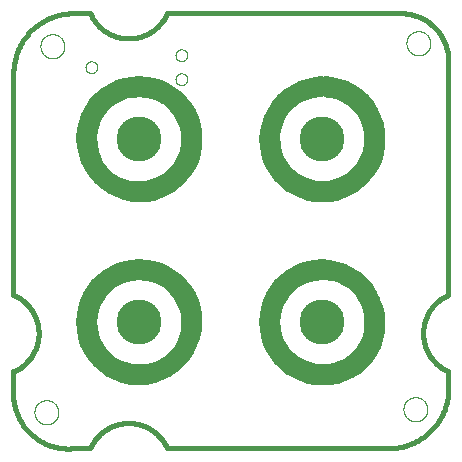
<source format=gbp>
G75*
%MOIN*%
%OFA0B0*%
%FSLAX25Y25*%
%IPPOS*%
%LPD*%
%AMOC8*
5,1,8,0,0,1.08239X$1,22.5*
%
%ADD10C,0.00000*%
%ADD11C,0.01600*%
%ADD12C,0.15000*%
%ADD13C,0.02500*%
%ADD14C,0.02000*%
D10*
X0027475Y0032412D02*
X0027477Y0032538D01*
X0027483Y0032664D01*
X0027493Y0032790D01*
X0027507Y0032916D01*
X0027525Y0033041D01*
X0027547Y0033165D01*
X0027572Y0033289D01*
X0027602Y0033412D01*
X0027635Y0033533D01*
X0027673Y0033654D01*
X0027714Y0033773D01*
X0027759Y0033892D01*
X0027807Y0034008D01*
X0027859Y0034123D01*
X0027915Y0034236D01*
X0027975Y0034348D01*
X0028038Y0034457D01*
X0028104Y0034565D01*
X0028173Y0034670D01*
X0028246Y0034773D01*
X0028323Y0034874D01*
X0028402Y0034972D01*
X0028484Y0035068D01*
X0028570Y0035161D01*
X0028658Y0035252D01*
X0028749Y0035339D01*
X0028843Y0035424D01*
X0028939Y0035505D01*
X0029038Y0035584D01*
X0029139Y0035659D01*
X0029243Y0035731D01*
X0029349Y0035800D01*
X0029457Y0035866D01*
X0029567Y0035928D01*
X0029679Y0035986D01*
X0029792Y0036041D01*
X0029908Y0036092D01*
X0030025Y0036140D01*
X0030143Y0036184D01*
X0030263Y0036224D01*
X0030384Y0036260D01*
X0030506Y0036293D01*
X0030629Y0036322D01*
X0030753Y0036346D01*
X0030877Y0036367D01*
X0031002Y0036384D01*
X0031128Y0036397D01*
X0031254Y0036406D01*
X0031380Y0036411D01*
X0031507Y0036412D01*
X0031633Y0036409D01*
X0031759Y0036402D01*
X0031885Y0036391D01*
X0032010Y0036376D01*
X0032135Y0036357D01*
X0032259Y0036334D01*
X0032383Y0036308D01*
X0032505Y0036277D01*
X0032627Y0036243D01*
X0032747Y0036204D01*
X0032866Y0036162D01*
X0032984Y0036117D01*
X0033100Y0036067D01*
X0033215Y0036014D01*
X0033327Y0035957D01*
X0033438Y0035897D01*
X0033547Y0035833D01*
X0033654Y0035766D01*
X0033759Y0035696D01*
X0033862Y0035622D01*
X0033962Y0035545D01*
X0034060Y0035465D01*
X0034155Y0035382D01*
X0034247Y0035296D01*
X0034337Y0035207D01*
X0034424Y0035115D01*
X0034507Y0035021D01*
X0034588Y0034924D01*
X0034666Y0034824D01*
X0034741Y0034722D01*
X0034812Y0034618D01*
X0034880Y0034511D01*
X0034944Y0034403D01*
X0035005Y0034292D01*
X0035063Y0034180D01*
X0035117Y0034066D01*
X0035167Y0033950D01*
X0035214Y0033833D01*
X0035257Y0033714D01*
X0035296Y0033594D01*
X0035332Y0033473D01*
X0035363Y0033350D01*
X0035391Y0033227D01*
X0035415Y0033103D01*
X0035435Y0032978D01*
X0035451Y0032853D01*
X0035463Y0032727D01*
X0035471Y0032601D01*
X0035475Y0032475D01*
X0035475Y0032349D01*
X0035471Y0032223D01*
X0035463Y0032097D01*
X0035451Y0031971D01*
X0035435Y0031846D01*
X0035415Y0031721D01*
X0035391Y0031597D01*
X0035363Y0031474D01*
X0035332Y0031351D01*
X0035296Y0031230D01*
X0035257Y0031110D01*
X0035214Y0030991D01*
X0035167Y0030874D01*
X0035117Y0030758D01*
X0035063Y0030644D01*
X0035005Y0030532D01*
X0034944Y0030421D01*
X0034880Y0030313D01*
X0034812Y0030206D01*
X0034741Y0030102D01*
X0034666Y0030000D01*
X0034588Y0029900D01*
X0034507Y0029803D01*
X0034424Y0029709D01*
X0034337Y0029617D01*
X0034247Y0029528D01*
X0034155Y0029442D01*
X0034060Y0029359D01*
X0033962Y0029279D01*
X0033862Y0029202D01*
X0033759Y0029128D01*
X0033654Y0029058D01*
X0033547Y0028991D01*
X0033438Y0028927D01*
X0033327Y0028867D01*
X0033215Y0028810D01*
X0033100Y0028757D01*
X0032984Y0028707D01*
X0032866Y0028662D01*
X0032747Y0028620D01*
X0032627Y0028581D01*
X0032505Y0028547D01*
X0032383Y0028516D01*
X0032259Y0028490D01*
X0032135Y0028467D01*
X0032010Y0028448D01*
X0031885Y0028433D01*
X0031759Y0028422D01*
X0031633Y0028415D01*
X0031507Y0028412D01*
X0031380Y0028413D01*
X0031254Y0028418D01*
X0031128Y0028427D01*
X0031002Y0028440D01*
X0030877Y0028457D01*
X0030753Y0028478D01*
X0030629Y0028502D01*
X0030506Y0028531D01*
X0030384Y0028564D01*
X0030263Y0028600D01*
X0030143Y0028640D01*
X0030025Y0028684D01*
X0029908Y0028732D01*
X0029792Y0028783D01*
X0029679Y0028838D01*
X0029567Y0028896D01*
X0029457Y0028958D01*
X0029349Y0029024D01*
X0029243Y0029093D01*
X0029139Y0029165D01*
X0029038Y0029240D01*
X0028939Y0029319D01*
X0028843Y0029400D01*
X0028749Y0029485D01*
X0028658Y0029572D01*
X0028570Y0029663D01*
X0028484Y0029756D01*
X0028402Y0029852D01*
X0028323Y0029950D01*
X0028246Y0030051D01*
X0028173Y0030154D01*
X0028104Y0030259D01*
X0028038Y0030367D01*
X0027975Y0030476D01*
X0027915Y0030588D01*
X0027859Y0030701D01*
X0027807Y0030816D01*
X0027759Y0030932D01*
X0027714Y0031051D01*
X0027673Y0031170D01*
X0027635Y0031291D01*
X0027602Y0031412D01*
X0027572Y0031535D01*
X0027547Y0031659D01*
X0027525Y0031783D01*
X0027507Y0031908D01*
X0027493Y0032034D01*
X0027483Y0032160D01*
X0027477Y0032286D01*
X0027475Y0032412D01*
X0074506Y0143412D02*
X0074508Y0143500D01*
X0074514Y0143588D01*
X0074524Y0143676D01*
X0074538Y0143764D01*
X0074555Y0143850D01*
X0074577Y0143936D01*
X0074602Y0144020D01*
X0074632Y0144104D01*
X0074664Y0144186D01*
X0074701Y0144266D01*
X0074741Y0144345D01*
X0074785Y0144422D01*
X0074832Y0144497D01*
X0074882Y0144569D01*
X0074936Y0144640D01*
X0074992Y0144707D01*
X0075052Y0144773D01*
X0075114Y0144835D01*
X0075180Y0144895D01*
X0075247Y0144951D01*
X0075318Y0145005D01*
X0075390Y0145055D01*
X0075465Y0145102D01*
X0075542Y0145146D01*
X0075621Y0145186D01*
X0075701Y0145223D01*
X0075783Y0145255D01*
X0075867Y0145285D01*
X0075951Y0145310D01*
X0076037Y0145332D01*
X0076123Y0145349D01*
X0076211Y0145363D01*
X0076299Y0145373D01*
X0076387Y0145379D01*
X0076475Y0145381D01*
X0076563Y0145379D01*
X0076651Y0145373D01*
X0076739Y0145363D01*
X0076827Y0145349D01*
X0076913Y0145332D01*
X0076999Y0145310D01*
X0077083Y0145285D01*
X0077167Y0145255D01*
X0077249Y0145223D01*
X0077329Y0145186D01*
X0077408Y0145146D01*
X0077485Y0145102D01*
X0077560Y0145055D01*
X0077632Y0145005D01*
X0077703Y0144951D01*
X0077770Y0144895D01*
X0077836Y0144835D01*
X0077898Y0144773D01*
X0077958Y0144707D01*
X0078014Y0144640D01*
X0078068Y0144569D01*
X0078118Y0144497D01*
X0078165Y0144422D01*
X0078209Y0144345D01*
X0078249Y0144266D01*
X0078286Y0144186D01*
X0078318Y0144104D01*
X0078348Y0144020D01*
X0078373Y0143936D01*
X0078395Y0143850D01*
X0078412Y0143764D01*
X0078426Y0143676D01*
X0078436Y0143588D01*
X0078442Y0143500D01*
X0078444Y0143412D01*
X0078442Y0143324D01*
X0078436Y0143236D01*
X0078426Y0143148D01*
X0078412Y0143060D01*
X0078395Y0142974D01*
X0078373Y0142888D01*
X0078348Y0142804D01*
X0078318Y0142720D01*
X0078286Y0142638D01*
X0078249Y0142558D01*
X0078209Y0142479D01*
X0078165Y0142402D01*
X0078118Y0142327D01*
X0078068Y0142255D01*
X0078014Y0142184D01*
X0077958Y0142117D01*
X0077898Y0142051D01*
X0077836Y0141989D01*
X0077770Y0141929D01*
X0077703Y0141873D01*
X0077632Y0141819D01*
X0077560Y0141769D01*
X0077485Y0141722D01*
X0077408Y0141678D01*
X0077329Y0141638D01*
X0077249Y0141601D01*
X0077167Y0141569D01*
X0077083Y0141539D01*
X0076999Y0141514D01*
X0076913Y0141492D01*
X0076827Y0141475D01*
X0076739Y0141461D01*
X0076651Y0141451D01*
X0076563Y0141445D01*
X0076475Y0141443D01*
X0076387Y0141445D01*
X0076299Y0141451D01*
X0076211Y0141461D01*
X0076123Y0141475D01*
X0076037Y0141492D01*
X0075951Y0141514D01*
X0075867Y0141539D01*
X0075783Y0141569D01*
X0075701Y0141601D01*
X0075621Y0141638D01*
X0075542Y0141678D01*
X0075465Y0141722D01*
X0075390Y0141769D01*
X0075318Y0141819D01*
X0075247Y0141873D01*
X0075180Y0141929D01*
X0075114Y0141989D01*
X0075052Y0142051D01*
X0074992Y0142117D01*
X0074936Y0142184D01*
X0074882Y0142255D01*
X0074832Y0142327D01*
X0074785Y0142402D01*
X0074741Y0142479D01*
X0074701Y0142558D01*
X0074664Y0142638D01*
X0074632Y0142720D01*
X0074602Y0142804D01*
X0074577Y0142888D01*
X0074555Y0142974D01*
X0074538Y0143060D01*
X0074524Y0143148D01*
X0074514Y0143236D01*
X0074508Y0143324D01*
X0074506Y0143412D01*
X0074506Y0151412D02*
X0074508Y0151500D01*
X0074514Y0151588D01*
X0074524Y0151676D01*
X0074538Y0151764D01*
X0074555Y0151850D01*
X0074577Y0151936D01*
X0074602Y0152020D01*
X0074632Y0152104D01*
X0074664Y0152186D01*
X0074701Y0152266D01*
X0074741Y0152345D01*
X0074785Y0152422D01*
X0074832Y0152497D01*
X0074882Y0152569D01*
X0074936Y0152640D01*
X0074992Y0152707D01*
X0075052Y0152773D01*
X0075114Y0152835D01*
X0075180Y0152895D01*
X0075247Y0152951D01*
X0075318Y0153005D01*
X0075390Y0153055D01*
X0075465Y0153102D01*
X0075542Y0153146D01*
X0075621Y0153186D01*
X0075701Y0153223D01*
X0075783Y0153255D01*
X0075867Y0153285D01*
X0075951Y0153310D01*
X0076037Y0153332D01*
X0076123Y0153349D01*
X0076211Y0153363D01*
X0076299Y0153373D01*
X0076387Y0153379D01*
X0076475Y0153381D01*
X0076563Y0153379D01*
X0076651Y0153373D01*
X0076739Y0153363D01*
X0076827Y0153349D01*
X0076913Y0153332D01*
X0076999Y0153310D01*
X0077083Y0153285D01*
X0077167Y0153255D01*
X0077249Y0153223D01*
X0077329Y0153186D01*
X0077408Y0153146D01*
X0077485Y0153102D01*
X0077560Y0153055D01*
X0077632Y0153005D01*
X0077703Y0152951D01*
X0077770Y0152895D01*
X0077836Y0152835D01*
X0077898Y0152773D01*
X0077958Y0152707D01*
X0078014Y0152640D01*
X0078068Y0152569D01*
X0078118Y0152497D01*
X0078165Y0152422D01*
X0078209Y0152345D01*
X0078249Y0152266D01*
X0078286Y0152186D01*
X0078318Y0152104D01*
X0078348Y0152020D01*
X0078373Y0151936D01*
X0078395Y0151850D01*
X0078412Y0151764D01*
X0078426Y0151676D01*
X0078436Y0151588D01*
X0078442Y0151500D01*
X0078444Y0151412D01*
X0078442Y0151324D01*
X0078436Y0151236D01*
X0078426Y0151148D01*
X0078412Y0151060D01*
X0078395Y0150974D01*
X0078373Y0150888D01*
X0078348Y0150804D01*
X0078318Y0150720D01*
X0078286Y0150638D01*
X0078249Y0150558D01*
X0078209Y0150479D01*
X0078165Y0150402D01*
X0078118Y0150327D01*
X0078068Y0150255D01*
X0078014Y0150184D01*
X0077958Y0150117D01*
X0077898Y0150051D01*
X0077836Y0149989D01*
X0077770Y0149929D01*
X0077703Y0149873D01*
X0077632Y0149819D01*
X0077560Y0149769D01*
X0077485Y0149722D01*
X0077408Y0149678D01*
X0077329Y0149638D01*
X0077249Y0149601D01*
X0077167Y0149569D01*
X0077083Y0149539D01*
X0076999Y0149514D01*
X0076913Y0149492D01*
X0076827Y0149475D01*
X0076739Y0149461D01*
X0076651Y0149451D01*
X0076563Y0149445D01*
X0076475Y0149443D01*
X0076387Y0149445D01*
X0076299Y0149451D01*
X0076211Y0149461D01*
X0076123Y0149475D01*
X0076037Y0149492D01*
X0075951Y0149514D01*
X0075867Y0149539D01*
X0075783Y0149569D01*
X0075701Y0149601D01*
X0075621Y0149638D01*
X0075542Y0149678D01*
X0075465Y0149722D01*
X0075390Y0149769D01*
X0075318Y0149819D01*
X0075247Y0149873D01*
X0075180Y0149929D01*
X0075114Y0149989D01*
X0075052Y0150051D01*
X0074992Y0150117D01*
X0074936Y0150184D01*
X0074882Y0150255D01*
X0074832Y0150327D01*
X0074785Y0150402D01*
X0074741Y0150479D01*
X0074701Y0150558D01*
X0074664Y0150638D01*
X0074632Y0150720D01*
X0074602Y0150804D01*
X0074577Y0150888D01*
X0074555Y0150974D01*
X0074538Y0151060D01*
X0074524Y0151148D01*
X0074514Y0151236D01*
X0074508Y0151324D01*
X0074506Y0151412D01*
X0044506Y0147412D02*
X0044508Y0147500D01*
X0044514Y0147588D01*
X0044524Y0147676D01*
X0044538Y0147764D01*
X0044555Y0147850D01*
X0044577Y0147936D01*
X0044602Y0148020D01*
X0044632Y0148104D01*
X0044664Y0148186D01*
X0044701Y0148266D01*
X0044741Y0148345D01*
X0044785Y0148422D01*
X0044832Y0148497D01*
X0044882Y0148569D01*
X0044936Y0148640D01*
X0044992Y0148707D01*
X0045052Y0148773D01*
X0045114Y0148835D01*
X0045180Y0148895D01*
X0045247Y0148951D01*
X0045318Y0149005D01*
X0045390Y0149055D01*
X0045465Y0149102D01*
X0045542Y0149146D01*
X0045621Y0149186D01*
X0045701Y0149223D01*
X0045783Y0149255D01*
X0045867Y0149285D01*
X0045951Y0149310D01*
X0046037Y0149332D01*
X0046123Y0149349D01*
X0046211Y0149363D01*
X0046299Y0149373D01*
X0046387Y0149379D01*
X0046475Y0149381D01*
X0046563Y0149379D01*
X0046651Y0149373D01*
X0046739Y0149363D01*
X0046827Y0149349D01*
X0046913Y0149332D01*
X0046999Y0149310D01*
X0047083Y0149285D01*
X0047167Y0149255D01*
X0047249Y0149223D01*
X0047329Y0149186D01*
X0047408Y0149146D01*
X0047485Y0149102D01*
X0047560Y0149055D01*
X0047632Y0149005D01*
X0047703Y0148951D01*
X0047770Y0148895D01*
X0047836Y0148835D01*
X0047898Y0148773D01*
X0047958Y0148707D01*
X0048014Y0148640D01*
X0048068Y0148569D01*
X0048118Y0148497D01*
X0048165Y0148422D01*
X0048209Y0148345D01*
X0048249Y0148266D01*
X0048286Y0148186D01*
X0048318Y0148104D01*
X0048348Y0148020D01*
X0048373Y0147936D01*
X0048395Y0147850D01*
X0048412Y0147764D01*
X0048426Y0147676D01*
X0048436Y0147588D01*
X0048442Y0147500D01*
X0048444Y0147412D01*
X0048442Y0147324D01*
X0048436Y0147236D01*
X0048426Y0147148D01*
X0048412Y0147060D01*
X0048395Y0146974D01*
X0048373Y0146888D01*
X0048348Y0146804D01*
X0048318Y0146720D01*
X0048286Y0146638D01*
X0048249Y0146558D01*
X0048209Y0146479D01*
X0048165Y0146402D01*
X0048118Y0146327D01*
X0048068Y0146255D01*
X0048014Y0146184D01*
X0047958Y0146117D01*
X0047898Y0146051D01*
X0047836Y0145989D01*
X0047770Y0145929D01*
X0047703Y0145873D01*
X0047632Y0145819D01*
X0047560Y0145769D01*
X0047485Y0145722D01*
X0047408Y0145678D01*
X0047329Y0145638D01*
X0047249Y0145601D01*
X0047167Y0145569D01*
X0047083Y0145539D01*
X0046999Y0145514D01*
X0046913Y0145492D01*
X0046827Y0145475D01*
X0046739Y0145461D01*
X0046651Y0145451D01*
X0046563Y0145445D01*
X0046475Y0145443D01*
X0046387Y0145445D01*
X0046299Y0145451D01*
X0046211Y0145461D01*
X0046123Y0145475D01*
X0046037Y0145492D01*
X0045951Y0145514D01*
X0045867Y0145539D01*
X0045783Y0145569D01*
X0045701Y0145601D01*
X0045621Y0145638D01*
X0045542Y0145678D01*
X0045465Y0145722D01*
X0045390Y0145769D01*
X0045318Y0145819D01*
X0045247Y0145873D01*
X0045180Y0145929D01*
X0045114Y0145989D01*
X0045052Y0146051D01*
X0044992Y0146117D01*
X0044936Y0146184D01*
X0044882Y0146255D01*
X0044832Y0146327D01*
X0044785Y0146402D01*
X0044741Y0146479D01*
X0044701Y0146558D01*
X0044664Y0146638D01*
X0044632Y0146720D01*
X0044602Y0146804D01*
X0044577Y0146888D01*
X0044555Y0146974D01*
X0044538Y0147060D01*
X0044524Y0147148D01*
X0044514Y0147236D01*
X0044508Y0147324D01*
X0044506Y0147412D01*
X0029475Y0154412D02*
X0029477Y0154538D01*
X0029483Y0154664D01*
X0029493Y0154790D01*
X0029507Y0154916D01*
X0029525Y0155041D01*
X0029547Y0155165D01*
X0029572Y0155289D01*
X0029602Y0155412D01*
X0029635Y0155533D01*
X0029673Y0155654D01*
X0029714Y0155773D01*
X0029759Y0155892D01*
X0029807Y0156008D01*
X0029859Y0156123D01*
X0029915Y0156236D01*
X0029975Y0156348D01*
X0030038Y0156457D01*
X0030104Y0156565D01*
X0030173Y0156670D01*
X0030246Y0156773D01*
X0030323Y0156874D01*
X0030402Y0156972D01*
X0030484Y0157068D01*
X0030570Y0157161D01*
X0030658Y0157252D01*
X0030749Y0157339D01*
X0030843Y0157424D01*
X0030939Y0157505D01*
X0031038Y0157584D01*
X0031139Y0157659D01*
X0031243Y0157731D01*
X0031349Y0157800D01*
X0031457Y0157866D01*
X0031567Y0157928D01*
X0031679Y0157986D01*
X0031792Y0158041D01*
X0031908Y0158092D01*
X0032025Y0158140D01*
X0032143Y0158184D01*
X0032263Y0158224D01*
X0032384Y0158260D01*
X0032506Y0158293D01*
X0032629Y0158322D01*
X0032753Y0158346D01*
X0032877Y0158367D01*
X0033002Y0158384D01*
X0033128Y0158397D01*
X0033254Y0158406D01*
X0033380Y0158411D01*
X0033507Y0158412D01*
X0033633Y0158409D01*
X0033759Y0158402D01*
X0033885Y0158391D01*
X0034010Y0158376D01*
X0034135Y0158357D01*
X0034259Y0158334D01*
X0034383Y0158308D01*
X0034505Y0158277D01*
X0034627Y0158243D01*
X0034747Y0158204D01*
X0034866Y0158162D01*
X0034984Y0158117D01*
X0035100Y0158067D01*
X0035215Y0158014D01*
X0035327Y0157957D01*
X0035438Y0157897D01*
X0035547Y0157833D01*
X0035654Y0157766D01*
X0035759Y0157696D01*
X0035862Y0157622D01*
X0035962Y0157545D01*
X0036060Y0157465D01*
X0036155Y0157382D01*
X0036247Y0157296D01*
X0036337Y0157207D01*
X0036424Y0157115D01*
X0036507Y0157021D01*
X0036588Y0156924D01*
X0036666Y0156824D01*
X0036741Y0156722D01*
X0036812Y0156618D01*
X0036880Y0156511D01*
X0036944Y0156403D01*
X0037005Y0156292D01*
X0037063Y0156180D01*
X0037117Y0156066D01*
X0037167Y0155950D01*
X0037214Y0155833D01*
X0037257Y0155714D01*
X0037296Y0155594D01*
X0037332Y0155473D01*
X0037363Y0155350D01*
X0037391Y0155227D01*
X0037415Y0155103D01*
X0037435Y0154978D01*
X0037451Y0154853D01*
X0037463Y0154727D01*
X0037471Y0154601D01*
X0037475Y0154475D01*
X0037475Y0154349D01*
X0037471Y0154223D01*
X0037463Y0154097D01*
X0037451Y0153971D01*
X0037435Y0153846D01*
X0037415Y0153721D01*
X0037391Y0153597D01*
X0037363Y0153474D01*
X0037332Y0153351D01*
X0037296Y0153230D01*
X0037257Y0153110D01*
X0037214Y0152991D01*
X0037167Y0152874D01*
X0037117Y0152758D01*
X0037063Y0152644D01*
X0037005Y0152532D01*
X0036944Y0152421D01*
X0036880Y0152313D01*
X0036812Y0152206D01*
X0036741Y0152102D01*
X0036666Y0152000D01*
X0036588Y0151900D01*
X0036507Y0151803D01*
X0036424Y0151709D01*
X0036337Y0151617D01*
X0036247Y0151528D01*
X0036155Y0151442D01*
X0036060Y0151359D01*
X0035962Y0151279D01*
X0035862Y0151202D01*
X0035759Y0151128D01*
X0035654Y0151058D01*
X0035547Y0150991D01*
X0035438Y0150927D01*
X0035327Y0150867D01*
X0035215Y0150810D01*
X0035100Y0150757D01*
X0034984Y0150707D01*
X0034866Y0150662D01*
X0034747Y0150620D01*
X0034627Y0150581D01*
X0034505Y0150547D01*
X0034383Y0150516D01*
X0034259Y0150490D01*
X0034135Y0150467D01*
X0034010Y0150448D01*
X0033885Y0150433D01*
X0033759Y0150422D01*
X0033633Y0150415D01*
X0033507Y0150412D01*
X0033380Y0150413D01*
X0033254Y0150418D01*
X0033128Y0150427D01*
X0033002Y0150440D01*
X0032877Y0150457D01*
X0032753Y0150478D01*
X0032629Y0150502D01*
X0032506Y0150531D01*
X0032384Y0150564D01*
X0032263Y0150600D01*
X0032143Y0150640D01*
X0032025Y0150684D01*
X0031908Y0150732D01*
X0031792Y0150783D01*
X0031679Y0150838D01*
X0031567Y0150896D01*
X0031457Y0150958D01*
X0031349Y0151024D01*
X0031243Y0151093D01*
X0031139Y0151165D01*
X0031038Y0151240D01*
X0030939Y0151319D01*
X0030843Y0151400D01*
X0030749Y0151485D01*
X0030658Y0151572D01*
X0030570Y0151663D01*
X0030484Y0151756D01*
X0030402Y0151852D01*
X0030323Y0151950D01*
X0030246Y0152051D01*
X0030173Y0152154D01*
X0030104Y0152259D01*
X0030038Y0152367D01*
X0029975Y0152476D01*
X0029915Y0152588D01*
X0029859Y0152701D01*
X0029807Y0152816D01*
X0029759Y0152932D01*
X0029714Y0153051D01*
X0029673Y0153170D01*
X0029635Y0153291D01*
X0029602Y0153412D01*
X0029572Y0153535D01*
X0029547Y0153659D01*
X0029525Y0153783D01*
X0029507Y0153908D01*
X0029493Y0154034D01*
X0029483Y0154160D01*
X0029477Y0154286D01*
X0029475Y0154412D01*
X0150475Y0033412D02*
X0150477Y0033538D01*
X0150483Y0033664D01*
X0150493Y0033790D01*
X0150507Y0033916D01*
X0150525Y0034041D01*
X0150547Y0034165D01*
X0150572Y0034289D01*
X0150602Y0034412D01*
X0150635Y0034533D01*
X0150673Y0034654D01*
X0150714Y0034773D01*
X0150759Y0034892D01*
X0150807Y0035008D01*
X0150859Y0035123D01*
X0150915Y0035236D01*
X0150975Y0035348D01*
X0151038Y0035457D01*
X0151104Y0035565D01*
X0151173Y0035670D01*
X0151246Y0035773D01*
X0151323Y0035874D01*
X0151402Y0035972D01*
X0151484Y0036068D01*
X0151570Y0036161D01*
X0151658Y0036252D01*
X0151749Y0036339D01*
X0151843Y0036424D01*
X0151939Y0036505D01*
X0152038Y0036584D01*
X0152139Y0036659D01*
X0152243Y0036731D01*
X0152349Y0036800D01*
X0152457Y0036866D01*
X0152567Y0036928D01*
X0152679Y0036986D01*
X0152792Y0037041D01*
X0152908Y0037092D01*
X0153025Y0037140D01*
X0153143Y0037184D01*
X0153263Y0037224D01*
X0153384Y0037260D01*
X0153506Y0037293D01*
X0153629Y0037322D01*
X0153753Y0037346D01*
X0153877Y0037367D01*
X0154002Y0037384D01*
X0154128Y0037397D01*
X0154254Y0037406D01*
X0154380Y0037411D01*
X0154507Y0037412D01*
X0154633Y0037409D01*
X0154759Y0037402D01*
X0154885Y0037391D01*
X0155010Y0037376D01*
X0155135Y0037357D01*
X0155259Y0037334D01*
X0155383Y0037308D01*
X0155505Y0037277D01*
X0155627Y0037243D01*
X0155747Y0037204D01*
X0155866Y0037162D01*
X0155984Y0037117D01*
X0156100Y0037067D01*
X0156215Y0037014D01*
X0156327Y0036957D01*
X0156438Y0036897D01*
X0156547Y0036833D01*
X0156654Y0036766D01*
X0156759Y0036696D01*
X0156862Y0036622D01*
X0156962Y0036545D01*
X0157060Y0036465D01*
X0157155Y0036382D01*
X0157247Y0036296D01*
X0157337Y0036207D01*
X0157424Y0036115D01*
X0157507Y0036021D01*
X0157588Y0035924D01*
X0157666Y0035824D01*
X0157741Y0035722D01*
X0157812Y0035618D01*
X0157880Y0035511D01*
X0157944Y0035403D01*
X0158005Y0035292D01*
X0158063Y0035180D01*
X0158117Y0035066D01*
X0158167Y0034950D01*
X0158214Y0034833D01*
X0158257Y0034714D01*
X0158296Y0034594D01*
X0158332Y0034473D01*
X0158363Y0034350D01*
X0158391Y0034227D01*
X0158415Y0034103D01*
X0158435Y0033978D01*
X0158451Y0033853D01*
X0158463Y0033727D01*
X0158471Y0033601D01*
X0158475Y0033475D01*
X0158475Y0033349D01*
X0158471Y0033223D01*
X0158463Y0033097D01*
X0158451Y0032971D01*
X0158435Y0032846D01*
X0158415Y0032721D01*
X0158391Y0032597D01*
X0158363Y0032474D01*
X0158332Y0032351D01*
X0158296Y0032230D01*
X0158257Y0032110D01*
X0158214Y0031991D01*
X0158167Y0031874D01*
X0158117Y0031758D01*
X0158063Y0031644D01*
X0158005Y0031532D01*
X0157944Y0031421D01*
X0157880Y0031313D01*
X0157812Y0031206D01*
X0157741Y0031102D01*
X0157666Y0031000D01*
X0157588Y0030900D01*
X0157507Y0030803D01*
X0157424Y0030709D01*
X0157337Y0030617D01*
X0157247Y0030528D01*
X0157155Y0030442D01*
X0157060Y0030359D01*
X0156962Y0030279D01*
X0156862Y0030202D01*
X0156759Y0030128D01*
X0156654Y0030058D01*
X0156547Y0029991D01*
X0156438Y0029927D01*
X0156327Y0029867D01*
X0156215Y0029810D01*
X0156100Y0029757D01*
X0155984Y0029707D01*
X0155866Y0029662D01*
X0155747Y0029620D01*
X0155627Y0029581D01*
X0155505Y0029547D01*
X0155383Y0029516D01*
X0155259Y0029490D01*
X0155135Y0029467D01*
X0155010Y0029448D01*
X0154885Y0029433D01*
X0154759Y0029422D01*
X0154633Y0029415D01*
X0154507Y0029412D01*
X0154380Y0029413D01*
X0154254Y0029418D01*
X0154128Y0029427D01*
X0154002Y0029440D01*
X0153877Y0029457D01*
X0153753Y0029478D01*
X0153629Y0029502D01*
X0153506Y0029531D01*
X0153384Y0029564D01*
X0153263Y0029600D01*
X0153143Y0029640D01*
X0153025Y0029684D01*
X0152908Y0029732D01*
X0152792Y0029783D01*
X0152679Y0029838D01*
X0152567Y0029896D01*
X0152457Y0029958D01*
X0152349Y0030024D01*
X0152243Y0030093D01*
X0152139Y0030165D01*
X0152038Y0030240D01*
X0151939Y0030319D01*
X0151843Y0030400D01*
X0151749Y0030485D01*
X0151658Y0030572D01*
X0151570Y0030663D01*
X0151484Y0030756D01*
X0151402Y0030852D01*
X0151323Y0030950D01*
X0151246Y0031051D01*
X0151173Y0031154D01*
X0151104Y0031259D01*
X0151038Y0031367D01*
X0150975Y0031476D01*
X0150915Y0031588D01*
X0150859Y0031701D01*
X0150807Y0031816D01*
X0150759Y0031932D01*
X0150714Y0032051D01*
X0150673Y0032170D01*
X0150635Y0032291D01*
X0150602Y0032412D01*
X0150572Y0032535D01*
X0150547Y0032659D01*
X0150525Y0032783D01*
X0150507Y0032908D01*
X0150493Y0033034D01*
X0150483Y0033160D01*
X0150477Y0033286D01*
X0150475Y0033412D01*
X0151475Y0155412D02*
X0151477Y0155538D01*
X0151483Y0155664D01*
X0151493Y0155790D01*
X0151507Y0155916D01*
X0151525Y0156041D01*
X0151547Y0156165D01*
X0151572Y0156289D01*
X0151602Y0156412D01*
X0151635Y0156533D01*
X0151673Y0156654D01*
X0151714Y0156773D01*
X0151759Y0156892D01*
X0151807Y0157008D01*
X0151859Y0157123D01*
X0151915Y0157236D01*
X0151975Y0157348D01*
X0152038Y0157457D01*
X0152104Y0157565D01*
X0152173Y0157670D01*
X0152246Y0157773D01*
X0152323Y0157874D01*
X0152402Y0157972D01*
X0152484Y0158068D01*
X0152570Y0158161D01*
X0152658Y0158252D01*
X0152749Y0158339D01*
X0152843Y0158424D01*
X0152939Y0158505D01*
X0153038Y0158584D01*
X0153139Y0158659D01*
X0153243Y0158731D01*
X0153349Y0158800D01*
X0153457Y0158866D01*
X0153567Y0158928D01*
X0153679Y0158986D01*
X0153792Y0159041D01*
X0153908Y0159092D01*
X0154025Y0159140D01*
X0154143Y0159184D01*
X0154263Y0159224D01*
X0154384Y0159260D01*
X0154506Y0159293D01*
X0154629Y0159322D01*
X0154753Y0159346D01*
X0154877Y0159367D01*
X0155002Y0159384D01*
X0155128Y0159397D01*
X0155254Y0159406D01*
X0155380Y0159411D01*
X0155507Y0159412D01*
X0155633Y0159409D01*
X0155759Y0159402D01*
X0155885Y0159391D01*
X0156010Y0159376D01*
X0156135Y0159357D01*
X0156259Y0159334D01*
X0156383Y0159308D01*
X0156505Y0159277D01*
X0156627Y0159243D01*
X0156747Y0159204D01*
X0156866Y0159162D01*
X0156984Y0159117D01*
X0157100Y0159067D01*
X0157215Y0159014D01*
X0157327Y0158957D01*
X0157438Y0158897D01*
X0157547Y0158833D01*
X0157654Y0158766D01*
X0157759Y0158696D01*
X0157862Y0158622D01*
X0157962Y0158545D01*
X0158060Y0158465D01*
X0158155Y0158382D01*
X0158247Y0158296D01*
X0158337Y0158207D01*
X0158424Y0158115D01*
X0158507Y0158021D01*
X0158588Y0157924D01*
X0158666Y0157824D01*
X0158741Y0157722D01*
X0158812Y0157618D01*
X0158880Y0157511D01*
X0158944Y0157403D01*
X0159005Y0157292D01*
X0159063Y0157180D01*
X0159117Y0157066D01*
X0159167Y0156950D01*
X0159214Y0156833D01*
X0159257Y0156714D01*
X0159296Y0156594D01*
X0159332Y0156473D01*
X0159363Y0156350D01*
X0159391Y0156227D01*
X0159415Y0156103D01*
X0159435Y0155978D01*
X0159451Y0155853D01*
X0159463Y0155727D01*
X0159471Y0155601D01*
X0159475Y0155475D01*
X0159475Y0155349D01*
X0159471Y0155223D01*
X0159463Y0155097D01*
X0159451Y0154971D01*
X0159435Y0154846D01*
X0159415Y0154721D01*
X0159391Y0154597D01*
X0159363Y0154474D01*
X0159332Y0154351D01*
X0159296Y0154230D01*
X0159257Y0154110D01*
X0159214Y0153991D01*
X0159167Y0153874D01*
X0159117Y0153758D01*
X0159063Y0153644D01*
X0159005Y0153532D01*
X0158944Y0153421D01*
X0158880Y0153313D01*
X0158812Y0153206D01*
X0158741Y0153102D01*
X0158666Y0153000D01*
X0158588Y0152900D01*
X0158507Y0152803D01*
X0158424Y0152709D01*
X0158337Y0152617D01*
X0158247Y0152528D01*
X0158155Y0152442D01*
X0158060Y0152359D01*
X0157962Y0152279D01*
X0157862Y0152202D01*
X0157759Y0152128D01*
X0157654Y0152058D01*
X0157547Y0151991D01*
X0157438Y0151927D01*
X0157327Y0151867D01*
X0157215Y0151810D01*
X0157100Y0151757D01*
X0156984Y0151707D01*
X0156866Y0151662D01*
X0156747Y0151620D01*
X0156627Y0151581D01*
X0156505Y0151547D01*
X0156383Y0151516D01*
X0156259Y0151490D01*
X0156135Y0151467D01*
X0156010Y0151448D01*
X0155885Y0151433D01*
X0155759Y0151422D01*
X0155633Y0151415D01*
X0155507Y0151412D01*
X0155380Y0151413D01*
X0155254Y0151418D01*
X0155128Y0151427D01*
X0155002Y0151440D01*
X0154877Y0151457D01*
X0154753Y0151478D01*
X0154629Y0151502D01*
X0154506Y0151531D01*
X0154384Y0151564D01*
X0154263Y0151600D01*
X0154143Y0151640D01*
X0154025Y0151684D01*
X0153908Y0151732D01*
X0153792Y0151783D01*
X0153679Y0151838D01*
X0153567Y0151896D01*
X0153457Y0151958D01*
X0153349Y0152024D01*
X0153243Y0152093D01*
X0153139Y0152165D01*
X0153038Y0152240D01*
X0152939Y0152319D01*
X0152843Y0152400D01*
X0152749Y0152485D01*
X0152658Y0152572D01*
X0152570Y0152663D01*
X0152484Y0152756D01*
X0152402Y0152852D01*
X0152323Y0152950D01*
X0152246Y0153051D01*
X0152173Y0153154D01*
X0152104Y0153259D01*
X0152038Y0153367D01*
X0151975Y0153476D01*
X0151915Y0153588D01*
X0151859Y0153701D01*
X0151807Y0153816D01*
X0151759Y0153932D01*
X0151714Y0154051D01*
X0151673Y0154170D01*
X0151635Y0154291D01*
X0151602Y0154412D01*
X0151572Y0154535D01*
X0151547Y0154659D01*
X0151525Y0154783D01*
X0151507Y0154908D01*
X0151493Y0155034D01*
X0151483Y0155160D01*
X0151477Y0155286D01*
X0151475Y0155412D01*
D11*
X0149475Y0165412D02*
X0149862Y0165407D01*
X0150248Y0165393D01*
X0150634Y0165370D01*
X0151019Y0165337D01*
X0151404Y0165295D01*
X0151787Y0165244D01*
X0152169Y0165184D01*
X0152549Y0165114D01*
X0152928Y0165035D01*
X0153304Y0164947D01*
X0153678Y0164850D01*
X0154050Y0164744D01*
X0154419Y0164629D01*
X0154786Y0164505D01*
X0155149Y0164372D01*
X0155509Y0164231D01*
X0155865Y0164081D01*
X0156217Y0163922D01*
X0156566Y0163755D01*
X0156911Y0163579D01*
X0157251Y0163395D01*
X0157586Y0163204D01*
X0157917Y0163003D01*
X0158243Y0162796D01*
X0158564Y0162580D01*
X0158880Y0162356D01*
X0159190Y0162125D01*
X0159494Y0161887D01*
X0159792Y0161641D01*
X0160085Y0161388D01*
X0160371Y0161128D01*
X0160651Y0160862D01*
X0160925Y0160588D01*
X0161191Y0160308D01*
X0161451Y0160022D01*
X0161704Y0159729D01*
X0161950Y0159431D01*
X0162188Y0159127D01*
X0162419Y0158817D01*
X0162643Y0158501D01*
X0162859Y0158180D01*
X0163066Y0157854D01*
X0163267Y0157523D01*
X0163458Y0157188D01*
X0163642Y0156848D01*
X0163818Y0156503D01*
X0163985Y0156154D01*
X0164144Y0155802D01*
X0164294Y0155446D01*
X0164435Y0155086D01*
X0164568Y0154723D01*
X0164692Y0154356D01*
X0164807Y0153987D01*
X0164913Y0153615D01*
X0165010Y0153241D01*
X0165098Y0152865D01*
X0165177Y0152486D01*
X0165247Y0152106D01*
X0165307Y0151724D01*
X0165358Y0151341D01*
X0165400Y0150956D01*
X0165433Y0150571D01*
X0165456Y0150185D01*
X0165470Y0149799D01*
X0165475Y0149412D01*
X0165475Y0071593D01*
X0165474Y0071593D02*
X0165163Y0071454D01*
X0164855Y0071307D01*
X0164551Y0071152D01*
X0164251Y0070990D01*
X0163955Y0070821D01*
X0163663Y0070645D01*
X0163375Y0070461D01*
X0163092Y0070271D01*
X0162814Y0070074D01*
X0162541Y0069870D01*
X0162272Y0069659D01*
X0162009Y0069442D01*
X0161752Y0069218D01*
X0161500Y0068988D01*
X0161253Y0068753D01*
X0161013Y0068511D01*
X0160778Y0068263D01*
X0160550Y0068010D01*
X0160328Y0067751D01*
X0160112Y0067487D01*
X0159903Y0067217D01*
X0159700Y0066943D01*
X0159504Y0066664D01*
X0159315Y0066380D01*
X0159133Y0066091D01*
X0158958Y0065798D01*
X0158791Y0065501D01*
X0158631Y0065200D01*
X0158478Y0064895D01*
X0158332Y0064587D01*
X0158194Y0064275D01*
X0158064Y0063959D01*
X0157942Y0063641D01*
X0157827Y0063320D01*
X0157721Y0062996D01*
X0157622Y0062669D01*
X0157531Y0062340D01*
X0157449Y0062009D01*
X0157374Y0061677D01*
X0157308Y0061342D01*
X0157250Y0061006D01*
X0157200Y0060668D01*
X0157158Y0060330D01*
X0157125Y0059990D01*
X0157100Y0059650D01*
X0157083Y0059310D01*
X0157075Y0058969D01*
X0157075Y0058627D01*
X0157083Y0058286D01*
X0157100Y0057946D01*
X0157125Y0057606D01*
X0157158Y0057266D01*
X0157200Y0056928D01*
X0157250Y0056590D01*
X0157308Y0056254D01*
X0157374Y0055919D01*
X0157449Y0055587D01*
X0157531Y0055256D01*
X0157622Y0054927D01*
X0157721Y0054600D01*
X0157827Y0054276D01*
X0157942Y0053955D01*
X0158064Y0053637D01*
X0158194Y0053321D01*
X0158332Y0053009D01*
X0158478Y0052701D01*
X0158631Y0052396D01*
X0158791Y0052095D01*
X0158958Y0051798D01*
X0159133Y0051505D01*
X0159315Y0051216D01*
X0159504Y0050932D01*
X0159700Y0050653D01*
X0159903Y0050379D01*
X0160112Y0050109D01*
X0160328Y0049845D01*
X0160550Y0049586D01*
X0160778Y0049333D01*
X0161013Y0049085D01*
X0161253Y0048843D01*
X0161500Y0048608D01*
X0161752Y0048378D01*
X0162009Y0048154D01*
X0162272Y0047937D01*
X0162541Y0047726D01*
X0162814Y0047522D01*
X0163092Y0047325D01*
X0163375Y0047135D01*
X0163663Y0046951D01*
X0163955Y0046775D01*
X0164251Y0046606D01*
X0164551Y0046444D01*
X0164855Y0046289D01*
X0165163Y0046142D01*
X0165474Y0046003D01*
X0165475Y0046002D02*
X0165475Y0040412D01*
X0165469Y0039929D01*
X0165452Y0039446D01*
X0165422Y0038963D01*
X0165382Y0038482D01*
X0165329Y0038001D01*
X0165265Y0037522D01*
X0165190Y0037045D01*
X0165102Y0036569D01*
X0165004Y0036096D01*
X0164894Y0035626D01*
X0164773Y0035158D01*
X0164640Y0034693D01*
X0164496Y0034232D01*
X0164341Y0033774D01*
X0164175Y0033320D01*
X0163998Y0032870D01*
X0163811Y0032425D01*
X0163612Y0031984D01*
X0163404Y0031548D01*
X0163184Y0031118D01*
X0162954Y0030692D01*
X0162714Y0030273D01*
X0162464Y0029859D01*
X0162204Y0029452D01*
X0161935Y0029051D01*
X0161655Y0028656D01*
X0161367Y0028269D01*
X0161068Y0027888D01*
X0160761Y0027515D01*
X0160445Y0027150D01*
X0160120Y0026792D01*
X0159787Y0026442D01*
X0159445Y0026100D01*
X0159095Y0025767D01*
X0158737Y0025442D01*
X0158372Y0025126D01*
X0157999Y0024819D01*
X0157618Y0024520D01*
X0157231Y0024232D01*
X0156836Y0023952D01*
X0156435Y0023683D01*
X0156028Y0023423D01*
X0155614Y0023173D01*
X0155195Y0022933D01*
X0154769Y0022703D01*
X0154339Y0022483D01*
X0153903Y0022275D01*
X0153462Y0022076D01*
X0153017Y0021889D01*
X0152567Y0021712D01*
X0152113Y0021546D01*
X0151655Y0021391D01*
X0151194Y0021247D01*
X0150729Y0021114D01*
X0150261Y0020993D01*
X0149791Y0020883D01*
X0149318Y0020785D01*
X0148842Y0020697D01*
X0148365Y0020622D01*
X0147886Y0020558D01*
X0147405Y0020505D01*
X0146924Y0020465D01*
X0146441Y0020435D01*
X0145958Y0020418D01*
X0145475Y0020412D01*
X0071656Y0020412D01*
X0071517Y0020723D01*
X0071370Y0021031D01*
X0071215Y0021335D01*
X0071053Y0021635D01*
X0070884Y0021931D01*
X0070708Y0022223D01*
X0070524Y0022511D01*
X0070334Y0022794D01*
X0070137Y0023072D01*
X0069933Y0023345D01*
X0069722Y0023614D01*
X0069505Y0023877D01*
X0069281Y0024134D01*
X0069051Y0024386D01*
X0068816Y0024633D01*
X0068574Y0024873D01*
X0068326Y0025108D01*
X0068073Y0025336D01*
X0067814Y0025558D01*
X0067550Y0025774D01*
X0067280Y0025983D01*
X0067006Y0026186D01*
X0066727Y0026382D01*
X0066443Y0026571D01*
X0066154Y0026753D01*
X0065861Y0026928D01*
X0065564Y0027095D01*
X0065263Y0027255D01*
X0064958Y0027408D01*
X0064650Y0027554D01*
X0064338Y0027692D01*
X0064022Y0027822D01*
X0063704Y0027944D01*
X0063383Y0028059D01*
X0063059Y0028165D01*
X0062732Y0028264D01*
X0062403Y0028355D01*
X0062072Y0028437D01*
X0061740Y0028512D01*
X0061405Y0028578D01*
X0061069Y0028636D01*
X0060731Y0028686D01*
X0060393Y0028728D01*
X0060053Y0028761D01*
X0059713Y0028786D01*
X0059373Y0028803D01*
X0059032Y0028811D01*
X0058690Y0028811D01*
X0058349Y0028803D01*
X0058009Y0028786D01*
X0057669Y0028761D01*
X0057329Y0028728D01*
X0056991Y0028686D01*
X0056653Y0028636D01*
X0056317Y0028578D01*
X0055982Y0028512D01*
X0055650Y0028437D01*
X0055319Y0028355D01*
X0054990Y0028264D01*
X0054663Y0028165D01*
X0054339Y0028059D01*
X0054018Y0027944D01*
X0053700Y0027822D01*
X0053384Y0027692D01*
X0053072Y0027554D01*
X0052764Y0027408D01*
X0052459Y0027255D01*
X0052158Y0027095D01*
X0051861Y0026928D01*
X0051568Y0026753D01*
X0051279Y0026571D01*
X0050995Y0026382D01*
X0050716Y0026186D01*
X0050442Y0025983D01*
X0050172Y0025774D01*
X0049908Y0025558D01*
X0049649Y0025336D01*
X0049396Y0025108D01*
X0049148Y0024873D01*
X0048906Y0024633D01*
X0048671Y0024386D01*
X0048441Y0024134D01*
X0048217Y0023877D01*
X0048000Y0023614D01*
X0047789Y0023345D01*
X0047585Y0023072D01*
X0047388Y0022794D01*
X0047198Y0022511D01*
X0047014Y0022223D01*
X0046838Y0021931D01*
X0046669Y0021635D01*
X0046507Y0021335D01*
X0046352Y0021031D01*
X0046205Y0020723D01*
X0046066Y0020412D01*
X0046065Y0020412D02*
X0040723Y0020412D01*
X0040723Y0020411D02*
X0040275Y0020368D01*
X0039825Y0020335D01*
X0039375Y0020314D01*
X0038925Y0020303D01*
X0038474Y0020304D01*
X0038024Y0020315D01*
X0037574Y0020338D01*
X0037124Y0020372D01*
X0036676Y0020416D01*
X0036229Y0020472D01*
X0035783Y0020539D01*
X0035340Y0020616D01*
X0034898Y0020705D01*
X0034458Y0020804D01*
X0034021Y0020914D01*
X0033587Y0021035D01*
X0033156Y0021166D01*
X0032729Y0021308D01*
X0032305Y0021461D01*
X0031884Y0021623D01*
X0031468Y0021796D01*
X0031057Y0021979D01*
X0030650Y0022172D01*
X0030248Y0022376D01*
X0029850Y0022588D01*
X0029459Y0022811D01*
X0029073Y0023043D01*
X0028692Y0023285D01*
X0028318Y0023536D01*
X0027950Y0023795D01*
X0027588Y0024064D01*
X0027233Y0024342D01*
X0026886Y0024628D01*
X0026545Y0024923D01*
X0026211Y0025226D01*
X0025885Y0025537D01*
X0025567Y0025856D01*
X0025257Y0026183D01*
X0024955Y0026517D01*
X0024661Y0026859D01*
X0024376Y0027207D01*
X0024099Y0027563D01*
X0023831Y0027925D01*
X0023572Y0028294D01*
X0023322Y0028669D01*
X0023081Y0029050D01*
X0022850Y0029436D01*
X0022629Y0029829D01*
X0022417Y0030226D01*
X0022215Y0030629D01*
X0022023Y0031037D01*
X0021841Y0031449D01*
X0021669Y0031865D01*
X0021507Y0032286D01*
X0021356Y0032710D01*
X0021215Y0033138D01*
X0021085Y0033570D01*
X0020965Y0034004D01*
X0020856Y0034441D01*
X0020758Y0034881D01*
X0020671Y0035323D01*
X0020594Y0035767D01*
X0020529Y0036213D01*
X0020474Y0036660D01*
X0020475Y0036660D02*
X0020475Y0046002D01*
X0020475Y0046003D02*
X0020786Y0046142D01*
X0021094Y0046289D01*
X0021398Y0046444D01*
X0021698Y0046606D01*
X0021994Y0046775D01*
X0022286Y0046951D01*
X0022574Y0047135D01*
X0022857Y0047325D01*
X0023135Y0047522D01*
X0023408Y0047726D01*
X0023677Y0047937D01*
X0023940Y0048154D01*
X0024197Y0048378D01*
X0024449Y0048608D01*
X0024696Y0048843D01*
X0024936Y0049085D01*
X0025171Y0049333D01*
X0025399Y0049586D01*
X0025621Y0049845D01*
X0025837Y0050109D01*
X0026046Y0050379D01*
X0026249Y0050653D01*
X0026445Y0050932D01*
X0026634Y0051216D01*
X0026816Y0051505D01*
X0026991Y0051798D01*
X0027158Y0052095D01*
X0027318Y0052396D01*
X0027471Y0052701D01*
X0027617Y0053009D01*
X0027755Y0053321D01*
X0027885Y0053637D01*
X0028007Y0053955D01*
X0028122Y0054276D01*
X0028228Y0054600D01*
X0028327Y0054927D01*
X0028418Y0055256D01*
X0028500Y0055587D01*
X0028575Y0055919D01*
X0028641Y0056254D01*
X0028699Y0056590D01*
X0028749Y0056928D01*
X0028791Y0057266D01*
X0028824Y0057606D01*
X0028849Y0057946D01*
X0028866Y0058286D01*
X0028874Y0058627D01*
X0028874Y0058969D01*
X0028866Y0059310D01*
X0028849Y0059650D01*
X0028824Y0059990D01*
X0028791Y0060330D01*
X0028749Y0060668D01*
X0028699Y0061006D01*
X0028641Y0061342D01*
X0028575Y0061677D01*
X0028500Y0062009D01*
X0028418Y0062340D01*
X0028327Y0062669D01*
X0028228Y0062996D01*
X0028122Y0063320D01*
X0028007Y0063641D01*
X0027885Y0063959D01*
X0027755Y0064275D01*
X0027617Y0064587D01*
X0027471Y0064895D01*
X0027318Y0065200D01*
X0027158Y0065501D01*
X0026991Y0065798D01*
X0026816Y0066091D01*
X0026634Y0066380D01*
X0026445Y0066664D01*
X0026249Y0066943D01*
X0026046Y0067217D01*
X0025837Y0067487D01*
X0025621Y0067751D01*
X0025399Y0068010D01*
X0025171Y0068263D01*
X0024936Y0068511D01*
X0024696Y0068753D01*
X0024449Y0068988D01*
X0024197Y0069218D01*
X0023940Y0069442D01*
X0023677Y0069659D01*
X0023408Y0069870D01*
X0023135Y0070074D01*
X0022857Y0070271D01*
X0022574Y0070461D01*
X0022286Y0070645D01*
X0021994Y0070821D01*
X0021698Y0070990D01*
X0021398Y0071152D01*
X0021094Y0071307D01*
X0020786Y0071454D01*
X0020475Y0071593D01*
X0020475Y0145412D01*
X0020481Y0145895D01*
X0020498Y0146378D01*
X0020528Y0146861D01*
X0020568Y0147342D01*
X0020621Y0147823D01*
X0020685Y0148302D01*
X0020760Y0148779D01*
X0020848Y0149255D01*
X0020946Y0149728D01*
X0021056Y0150198D01*
X0021177Y0150666D01*
X0021310Y0151131D01*
X0021454Y0151592D01*
X0021609Y0152050D01*
X0021775Y0152504D01*
X0021952Y0152954D01*
X0022139Y0153399D01*
X0022338Y0153840D01*
X0022546Y0154276D01*
X0022766Y0154706D01*
X0022996Y0155132D01*
X0023236Y0155551D01*
X0023486Y0155965D01*
X0023746Y0156372D01*
X0024015Y0156773D01*
X0024295Y0157168D01*
X0024583Y0157555D01*
X0024882Y0157936D01*
X0025189Y0158309D01*
X0025505Y0158674D01*
X0025830Y0159032D01*
X0026163Y0159382D01*
X0026505Y0159724D01*
X0026855Y0160057D01*
X0027213Y0160382D01*
X0027578Y0160698D01*
X0027951Y0161005D01*
X0028332Y0161304D01*
X0028719Y0161592D01*
X0029114Y0161872D01*
X0029515Y0162141D01*
X0029922Y0162401D01*
X0030336Y0162651D01*
X0030755Y0162891D01*
X0031181Y0163121D01*
X0031611Y0163341D01*
X0032047Y0163549D01*
X0032488Y0163748D01*
X0032933Y0163935D01*
X0033383Y0164112D01*
X0033837Y0164278D01*
X0034295Y0164433D01*
X0034756Y0164577D01*
X0035221Y0164710D01*
X0035689Y0164831D01*
X0036159Y0164941D01*
X0036632Y0165039D01*
X0037108Y0165127D01*
X0037585Y0165202D01*
X0038064Y0165266D01*
X0038545Y0165319D01*
X0039026Y0165359D01*
X0039509Y0165389D01*
X0039992Y0165406D01*
X0040475Y0165412D01*
X0046065Y0165412D01*
X0046066Y0165411D02*
X0046205Y0165100D01*
X0046352Y0164792D01*
X0046507Y0164488D01*
X0046669Y0164188D01*
X0046838Y0163892D01*
X0047014Y0163600D01*
X0047198Y0163312D01*
X0047388Y0163029D01*
X0047585Y0162751D01*
X0047789Y0162478D01*
X0048000Y0162209D01*
X0048217Y0161946D01*
X0048441Y0161689D01*
X0048671Y0161437D01*
X0048906Y0161190D01*
X0049148Y0160950D01*
X0049396Y0160715D01*
X0049649Y0160487D01*
X0049908Y0160265D01*
X0050172Y0160049D01*
X0050442Y0159840D01*
X0050716Y0159637D01*
X0050995Y0159441D01*
X0051279Y0159252D01*
X0051568Y0159070D01*
X0051861Y0158895D01*
X0052158Y0158728D01*
X0052459Y0158568D01*
X0052764Y0158415D01*
X0053072Y0158269D01*
X0053384Y0158131D01*
X0053700Y0158001D01*
X0054018Y0157879D01*
X0054339Y0157764D01*
X0054663Y0157658D01*
X0054990Y0157559D01*
X0055319Y0157468D01*
X0055650Y0157386D01*
X0055982Y0157311D01*
X0056317Y0157245D01*
X0056653Y0157187D01*
X0056991Y0157137D01*
X0057329Y0157095D01*
X0057669Y0157062D01*
X0058009Y0157037D01*
X0058349Y0157020D01*
X0058690Y0157012D01*
X0059032Y0157012D01*
X0059373Y0157020D01*
X0059713Y0157037D01*
X0060053Y0157062D01*
X0060393Y0157095D01*
X0060731Y0157137D01*
X0061069Y0157187D01*
X0061405Y0157245D01*
X0061740Y0157311D01*
X0062072Y0157386D01*
X0062403Y0157468D01*
X0062732Y0157559D01*
X0063059Y0157658D01*
X0063383Y0157764D01*
X0063704Y0157879D01*
X0064022Y0158001D01*
X0064338Y0158131D01*
X0064650Y0158269D01*
X0064958Y0158415D01*
X0065263Y0158568D01*
X0065564Y0158728D01*
X0065861Y0158895D01*
X0066154Y0159070D01*
X0066443Y0159252D01*
X0066727Y0159441D01*
X0067006Y0159637D01*
X0067280Y0159840D01*
X0067550Y0160049D01*
X0067814Y0160265D01*
X0068073Y0160487D01*
X0068326Y0160715D01*
X0068574Y0160950D01*
X0068816Y0161190D01*
X0069051Y0161437D01*
X0069281Y0161689D01*
X0069505Y0161946D01*
X0069722Y0162209D01*
X0069933Y0162478D01*
X0070137Y0162751D01*
X0070334Y0163029D01*
X0070524Y0163312D01*
X0070708Y0163600D01*
X0070884Y0163892D01*
X0071053Y0164188D01*
X0071215Y0164488D01*
X0071370Y0164792D01*
X0071517Y0165100D01*
X0071656Y0165411D01*
X0071656Y0165412D02*
X0149475Y0165412D01*
D12*
X0123475Y0123412D03*
X0123475Y0062412D03*
X0062475Y0062412D03*
X0062475Y0123412D03*
D13*
X0079975Y0123412D03*
X0123475Y0105912D03*
X0105975Y0062412D03*
X0062475Y0079912D03*
D14*
X0062475Y0082412D02*
X0060064Y0082266D01*
X0057689Y0081831D01*
X0055383Y0081112D01*
X0053180Y0080121D01*
X0051114Y0078872D01*
X0049212Y0077382D01*
X0047505Y0075674D01*
X0046015Y0073773D01*
X0044766Y0071706D01*
X0043775Y0069504D01*
X0043056Y0067198D01*
X0042621Y0064823D01*
X0042475Y0062412D01*
X0042597Y0059844D01*
X0043054Y0057314D01*
X0043837Y0054866D01*
X0044932Y0052540D01*
X0046322Y0050377D01*
X0047983Y0048415D01*
X0049885Y0046686D01*
X0051997Y0045219D01*
X0054282Y0044042D01*
X0056701Y0043172D01*
X0059213Y0042626D01*
X0061775Y0042412D01*
X0061775Y0047412D01*
X0059866Y0047583D01*
X0057995Y0048002D01*
X0056195Y0048661D01*
X0054497Y0049550D01*
X0052929Y0050652D01*
X0051518Y0051950D01*
X0050289Y0053421D01*
X0049263Y0055040D01*
X0048456Y0056779D01*
X0047883Y0058608D01*
X0047555Y0060497D01*
X0047475Y0062412D01*
X0047628Y0064547D01*
X0048082Y0066638D01*
X0048830Y0068643D01*
X0049856Y0070521D01*
X0051139Y0072235D01*
X0052652Y0073748D01*
X0054365Y0075031D01*
X0056244Y0076056D01*
X0058249Y0076804D01*
X0060340Y0077259D01*
X0062475Y0077412D01*
X0064610Y0077259D01*
X0066701Y0076804D01*
X0068706Y0076056D01*
X0070584Y0075031D01*
X0072298Y0073748D01*
X0073811Y0072235D01*
X0075094Y0070521D01*
X0076119Y0068643D01*
X0076867Y0066638D01*
X0077322Y0064547D01*
X0077475Y0062412D01*
X0077475Y0061412D01*
X0077256Y0059353D01*
X0076747Y0057347D01*
X0075957Y0055434D01*
X0074903Y0053652D01*
X0073606Y0052039D01*
X0072092Y0050626D01*
X0070394Y0049443D01*
X0068544Y0048515D01*
X0066580Y0047858D01*
X0064544Y0047488D01*
X0062475Y0047412D01*
X0062475Y0042412D01*
X0065063Y0042643D01*
X0067601Y0043198D01*
X0070049Y0044070D01*
X0072367Y0045244D01*
X0074518Y0046702D01*
X0076468Y0048419D01*
X0078185Y0050369D01*
X0079642Y0052520D01*
X0080816Y0054838D01*
X0081688Y0057286D01*
X0082244Y0059824D01*
X0082475Y0062412D01*
X0082329Y0064823D01*
X0081894Y0067198D01*
X0081175Y0069504D01*
X0080184Y0071706D01*
X0078935Y0073773D01*
X0077445Y0075674D01*
X0075737Y0077382D01*
X0073836Y0078872D01*
X0071769Y0080121D01*
X0069567Y0081112D01*
X0067261Y0081831D01*
X0064886Y0082266D01*
X0062475Y0082412D01*
X0061712Y0082366D02*
X0063238Y0082366D01*
X0067865Y0076370D02*
X0076749Y0076370D01*
X0078466Y0074372D02*
X0071465Y0074372D01*
X0073673Y0072373D02*
X0079781Y0072373D01*
X0080783Y0070375D02*
X0075174Y0070375D01*
X0076219Y0068376D02*
X0081527Y0068376D01*
X0082044Y0066378D02*
X0076924Y0066378D01*
X0077334Y0064379D02*
X0082356Y0064379D01*
X0082472Y0062381D02*
X0077475Y0062381D01*
X0077365Y0060382D02*
X0082294Y0060382D01*
X0081929Y0058384D02*
X0077010Y0058384D01*
X0076350Y0056385D02*
X0081367Y0056385D01*
X0080588Y0054387D02*
X0075337Y0054387D01*
X0073887Y0052388D02*
X0079553Y0052388D01*
X0078199Y0050390D02*
X0071753Y0050390D01*
X0068174Y0048391D02*
X0076436Y0048391D01*
X0074061Y0046393D02*
X0062475Y0046393D01*
X0061775Y0046393D02*
X0050307Y0046393D01*
X0048009Y0048391D02*
X0056932Y0048391D01*
X0053302Y0050390D02*
X0046315Y0050390D01*
X0045030Y0052388D02*
X0051152Y0052388D01*
X0049677Y0054387D02*
X0044062Y0054387D01*
X0043351Y0056385D02*
X0048639Y0056385D01*
X0047954Y0058384D02*
X0042861Y0058384D01*
X0042572Y0060382D02*
X0047574Y0060382D01*
X0047476Y0062381D02*
X0042476Y0062381D01*
X0042594Y0064379D02*
X0047616Y0064379D01*
X0048026Y0066378D02*
X0042906Y0066378D01*
X0043423Y0068376D02*
X0048731Y0068376D01*
X0049776Y0070375D02*
X0044166Y0070375D01*
X0045169Y0072373D02*
X0051277Y0072373D01*
X0053485Y0074372D02*
X0046484Y0074372D01*
X0048201Y0076370D02*
X0057085Y0076370D01*
X0053727Y0080367D02*
X0071222Y0080367D01*
X0074478Y0078369D02*
X0050472Y0078369D01*
X0057349Y0104198D02*
X0054901Y0105070D01*
X0052583Y0106244D01*
X0050432Y0107702D01*
X0048482Y0109419D01*
X0046765Y0111369D01*
X0045307Y0113520D01*
X0044133Y0115838D01*
X0043261Y0118286D01*
X0042706Y0120824D01*
X0042475Y0123412D01*
X0047475Y0123412D01*
X0047551Y0121343D01*
X0047921Y0119306D01*
X0048577Y0117343D01*
X0049506Y0115493D01*
X0050689Y0113794D01*
X0052102Y0112281D01*
X0053715Y0110984D01*
X0055497Y0109930D01*
X0057410Y0109140D01*
X0059416Y0108631D01*
X0061475Y0108412D01*
X0062475Y0108412D01*
X0064610Y0108565D01*
X0066701Y0109019D01*
X0068706Y0109767D01*
X0070584Y0110793D01*
X0072298Y0112076D01*
X0073811Y0113589D01*
X0075094Y0115302D01*
X0076119Y0117181D01*
X0076867Y0119186D01*
X0077322Y0121277D01*
X0077475Y0123412D01*
X0077322Y0125547D01*
X0076867Y0127638D01*
X0076119Y0129643D01*
X0075094Y0131521D01*
X0073811Y0133235D01*
X0072298Y0134748D01*
X0070584Y0136031D01*
X0068706Y0137056D01*
X0066701Y0137804D01*
X0064610Y0138259D01*
X0062475Y0138412D01*
X0060560Y0138332D01*
X0058671Y0138003D01*
X0056842Y0137431D01*
X0055103Y0136624D01*
X0053484Y0135598D01*
X0052013Y0134368D01*
X0050715Y0132958D01*
X0049613Y0131390D01*
X0048724Y0129692D01*
X0048065Y0127892D01*
X0047646Y0126021D01*
X0047475Y0124112D01*
X0042475Y0124112D01*
X0042689Y0126674D01*
X0043235Y0129186D01*
X0044105Y0131605D01*
X0045282Y0133890D01*
X0046749Y0136002D01*
X0048478Y0137904D01*
X0050440Y0139564D01*
X0052603Y0140954D01*
X0054928Y0142050D01*
X0057377Y0142833D01*
X0059907Y0143289D01*
X0062475Y0143412D01*
X0064886Y0143266D01*
X0067261Y0142831D01*
X0069567Y0142112D01*
X0071769Y0141121D01*
X0073836Y0139872D01*
X0075737Y0138382D01*
X0077445Y0136674D01*
X0078935Y0134773D01*
X0080184Y0132706D01*
X0081175Y0130504D01*
X0081894Y0128198D01*
X0082329Y0125823D01*
X0082475Y0123412D01*
X0082329Y0121001D01*
X0081894Y0118626D01*
X0081175Y0116320D01*
X0080184Y0114117D01*
X0078935Y0112051D01*
X0077445Y0110149D01*
X0075737Y0108442D01*
X0073836Y0106952D01*
X0071769Y0105703D01*
X0069567Y0104712D01*
X0067261Y0103993D01*
X0064886Y0103558D01*
X0062475Y0103412D01*
X0059887Y0103643D01*
X0057349Y0104198D01*
X0056925Y0104349D02*
X0068405Y0104349D01*
X0072836Y0106348D02*
X0052430Y0106348D01*
X0049700Y0108346D02*
X0075616Y0108346D01*
X0077598Y0110345D02*
X0069764Y0110345D01*
X0072566Y0112343D02*
X0079112Y0112343D01*
X0080285Y0114342D02*
X0074375Y0114342D01*
X0075661Y0116340D02*
X0081182Y0116340D01*
X0081804Y0118339D02*
X0076551Y0118339D01*
X0077118Y0120337D02*
X0082207Y0120337D01*
X0082410Y0122336D02*
X0077398Y0122336D01*
X0077409Y0124334D02*
X0082419Y0124334D01*
X0082236Y0126333D02*
X0077151Y0126333D01*
X0076609Y0128331D02*
X0081852Y0128331D01*
X0081229Y0130330D02*
X0075744Y0130330D01*
X0074490Y0132329D02*
X0080354Y0132329D01*
X0079204Y0134327D02*
X0072719Y0134327D01*
X0070044Y0136326D02*
X0077718Y0136326D01*
X0075795Y0138324D02*
X0063703Y0138324D01*
X0060513Y0138324D02*
X0048974Y0138324D01*
X0047043Y0136326D02*
X0054632Y0136326D01*
X0051975Y0134327D02*
X0045586Y0134327D01*
X0044478Y0132329D02*
X0050273Y0132329D01*
X0049058Y0130330D02*
X0043646Y0130330D01*
X0043049Y0128331D02*
X0048226Y0128331D01*
X0047716Y0126333D02*
X0042660Y0126333D01*
X0042493Y0124334D02*
X0047495Y0124334D01*
X0047515Y0122336D02*
X0042571Y0122336D01*
X0042812Y0120337D02*
X0047734Y0120337D01*
X0048245Y0118339D02*
X0043250Y0118339D01*
X0043954Y0116340D02*
X0049081Y0116340D01*
X0050308Y0114342D02*
X0044891Y0114342D01*
X0046105Y0112343D02*
X0052043Y0112343D01*
X0054795Y0110345D02*
X0047667Y0110345D01*
X0051620Y0140323D02*
X0073090Y0140323D01*
X0068897Y0142321D02*
X0055776Y0142321D01*
X0104261Y0128538D02*
X0103706Y0126000D01*
X0103475Y0123412D01*
X0103621Y0121001D01*
X0104056Y0118626D01*
X0104775Y0116320D01*
X0105766Y0114117D01*
X0107015Y0112051D01*
X0108505Y0110149D01*
X0110212Y0108442D01*
X0112114Y0106952D01*
X0114180Y0105703D01*
X0116383Y0104712D01*
X0118689Y0103993D01*
X0121064Y0103558D01*
X0123475Y0103412D01*
X0125886Y0103558D01*
X0128261Y0103993D01*
X0130567Y0104712D01*
X0132769Y0105703D01*
X0134836Y0106952D01*
X0136737Y0108442D01*
X0138445Y0110149D01*
X0139935Y0112051D01*
X0141184Y0114117D01*
X0142175Y0116320D01*
X0142894Y0118626D01*
X0143329Y0121001D01*
X0143475Y0123412D01*
X0143352Y0125980D01*
X0142896Y0128510D01*
X0142113Y0130958D01*
X0141017Y0133284D01*
X0139627Y0135446D01*
X0137967Y0137409D01*
X0136065Y0139138D01*
X0133953Y0140604D01*
X0131668Y0141782D01*
X0129249Y0142652D01*
X0126737Y0143198D01*
X0124175Y0143412D01*
X0124175Y0138412D01*
X0126084Y0138241D01*
X0127955Y0137822D01*
X0129755Y0137163D01*
X0131453Y0136274D01*
X0133021Y0135171D01*
X0134431Y0133873D01*
X0135661Y0132403D01*
X0136687Y0130784D01*
X0137494Y0129045D01*
X0138066Y0127216D01*
X0138395Y0125327D01*
X0138475Y0123412D01*
X0138322Y0121277D01*
X0137867Y0119186D01*
X0137119Y0117181D01*
X0136094Y0115302D01*
X0134811Y0113589D01*
X0133298Y0112076D01*
X0131584Y0110793D01*
X0129706Y0109767D01*
X0127701Y0109019D01*
X0125610Y0108565D01*
X0123475Y0108412D01*
X0121340Y0108565D01*
X0119249Y0109019D01*
X0117244Y0109767D01*
X0115365Y0110793D01*
X0113652Y0112076D01*
X0112139Y0113589D01*
X0110856Y0115302D01*
X0109830Y0117181D01*
X0109082Y0119186D01*
X0108628Y0121277D01*
X0108475Y0123412D01*
X0108475Y0124412D01*
X0108694Y0126470D01*
X0109203Y0128477D01*
X0109993Y0130390D01*
X0111047Y0132172D01*
X0112344Y0133785D01*
X0113857Y0135198D01*
X0115556Y0136380D01*
X0117406Y0137309D01*
X0119369Y0137965D01*
X0121406Y0138335D01*
X0123475Y0138412D01*
X0123475Y0143412D01*
X0120887Y0143181D01*
X0118349Y0142625D01*
X0115901Y0141753D01*
X0113583Y0140579D01*
X0111432Y0139122D01*
X0109482Y0137405D01*
X0107765Y0135455D01*
X0106307Y0133304D01*
X0105133Y0130986D01*
X0104261Y0128538D01*
X0104216Y0128331D02*
X0109166Y0128331D01*
X0108679Y0126333D02*
X0103779Y0126333D01*
X0103557Y0124334D02*
X0108475Y0124334D01*
X0108552Y0122336D02*
X0103540Y0122336D01*
X0103742Y0120337D02*
X0108832Y0120337D01*
X0109398Y0118339D02*
X0104145Y0118339D01*
X0104768Y0116340D02*
X0110289Y0116340D01*
X0111575Y0114342D02*
X0105665Y0114342D01*
X0106838Y0112343D02*
X0113384Y0112343D01*
X0116186Y0110345D02*
X0108352Y0110345D01*
X0110334Y0108346D02*
X0136616Y0108346D01*
X0138598Y0110345D02*
X0130764Y0110345D01*
X0133566Y0112343D02*
X0140112Y0112343D01*
X0141285Y0114342D02*
X0135375Y0114342D01*
X0136661Y0116340D02*
X0142182Y0116340D01*
X0142804Y0118339D02*
X0137551Y0118339D01*
X0138118Y0120337D02*
X0143207Y0120337D01*
X0143410Y0122336D02*
X0138398Y0122336D01*
X0138437Y0124334D02*
X0143431Y0124334D01*
X0143289Y0126333D02*
X0138220Y0126333D01*
X0137717Y0128331D02*
X0142928Y0128331D01*
X0142314Y0130330D02*
X0136898Y0130330D01*
X0135708Y0132329D02*
X0141467Y0132329D01*
X0140347Y0134327D02*
X0133939Y0134327D01*
X0131355Y0136326D02*
X0138884Y0136326D01*
X0136960Y0138324D02*
X0125155Y0138324D01*
X0124175Y0140323D02*
X0134359Y0140323D01*
X0130169Y0142321D02*
X0124175Y0142321D01*
X0123475Y0142321D02*
X0117495Y0142321D01*
X0121343Y0138324D02*
X0110526Y0138324D01*
X0108532Y0136326D02*
X0115477Y0136326D01*
X0112924Y0134327D02*
X0107001Y0134327D01*
X0105813Y0132329D02*
X0111173Y0132329D01*
X0109968Y0130330D02*
X0104900Y0130330D01*
X0113204Y0140323D02*
X0123475Y0140323D01*
X0133836Y0106348D02*
X0113113Y0106348D01*
X0117545Y0104349D02*
X0129405Y0104349D01*
X0126063Y0082181D02*
X0123475Y0082412D01*
X0121064Y0082266D01*
X0118689Y0081831D01*
X0116383Y0081112D01*
X0114180Y0080121D01*
X0112114Y0078872D01*
X0110212Y0077382D01*
X0108505Y0075674D01*
X0107015Y0073773D01*
X0105766Y0071706D01*
X0104775Y0069504D01*
X0104056Y0067198D01*
X0103621Y0064823D01*
X0103475Y0062412D01*
X0103621Y0060001D01*
X0104056Y0057626D01*
X0104775Y0055320D01*
X0105766Y0053117D01*
X0107015Y0051051D01*
X0108505Y0049149D01*
X0110212Y0047442D01*
X0112114Y0045952D01*
X0114180Y0044703D01*
X0116383Y0043712D01*
X0118689Y0042993D01*
X0121064Y0042558D01*
X0123475Y0042412D01*
X0126043Y0042534D01*
X0128573Y0042991D01*
X0131021Y0043774D01*
X0133347Y0044869D01*
X0135509Y0046259D01*
X0137472Y0047920D01*
X0139201Y0049822D01*
X0140667Y0051934D01*
X0141845Y0054219D01*
X0142715Y0056638D01*
X0143261Y0059150D01*
X0143475Y0061712D01*
X0138475Y0061712D01*
X0138304Y0059803D01*
X0137885Y0057932D01*
X0137226Y0056132D01*
X0136337Y0054434D01*
X0135234Y0052866D01*
X0133936Y0051455D01*
X0132466Y0050226D01*
X0130847Y0049200D01*
X0129108Y0048393D01*
X0127278Y0047820D01*
X0125390Y0047492D01*
X0123475Y0047412D01*
X0121340Y0047565D01*
X0119249Y0048019D01*
X0117244Y0048767D01*
X0115365Y0049793D01*
X0113652Y0051076D01*
X0112139Y0052589D01*
X0110856Y0054302D01*
X0109830Y0056181D01*
X0109082Y0058186D01*
X0108628Y0060277D01*
X0108475Y0062412D01*
X0108628Y0064547D01*
X0109082Y0066638D01*
X0109830Y0068643D01*
X0110856Y0070521D01*
X0112139Y0072235D01*
X0113652Y0073748D01*
X0115365Y0075031D01*
X0117244Y0076056D01*
X0119249Y0076804D01*
X0121340Y0077259D01*
X0123475Y0077412D01*
X0124475Y0077412D01*
X0126533Y0077193D01*
X0128540Y0076684D01*
X0130453Y0075894D01*
X0132235Y0074840D01*
X0133848Y0073543D01*
X0135261Y0072029D01*
X0136443Y0070331D01*
X0137372Y0068481D01*
X0138028Y0066517D01*
X0138398Y0064481D01*
X0138475Y0062412D01*
X0143475Y0062412D01*
X0143244Y0065000D01*
X0142688Y0067538D01*
X0141816Y0069986D01*
X0140642Y0072304D01*
X0139185Y0074455D01*
X0137468Y0076405D01*
X0135518Y0078122D01*
X0133367Y0079579D01*
X0131049Y0080753D01*
X0128601Y0081625D01*
X0126063Y0082181D01*
X0123992Y0082366D02*
X0122712Y0082366D01*
X0118085Y0076370D02*
X0109201Y0076370D01*
X0107484Y0074372D02*
X0114485Y0074372D01*
X0112277Y0072373D02*
X0106169Y0072373D01*
X0105166Y0070375D02*
X0110776Y0070375D01*
X0109731Y0068376D02*
X0104423Y0068376D01*
X0103906Y0066378D02*
X0109026Y0066378D01*
X0108616Y0064379D02*
X0103594Y0064379D01*
X0103477Y0062381D02*
X0108477Y0062381D01*
X0108620Y0060382D02*
X0103598Y0060382D01*
X0103917Y0058384D02*
X0109039Y0058384D01*
X0109754Y0056385D02*
X0104443Y0056385D01*
X0105195Y0054387D02*
X0110810Y0054387D01*
X0112340Y0052388D02*
X0106207Y0052388D01*
X0107533Y0050390D02*
X0114568Y0050390D01*
X0118253Y0048391D02*
X0109263Y0048391D01*
X0111552Y0046393D02*
X0135667Y0046393D01*
X0137900Y0048391D02*
X0129101Y0048391D01*
X0132661Y0050390D02*
X0139595Y0050390D01*
X0140901Y0052388D02*
X0134795Y0052388D01*
X0136304Y0054387D02*
X0141905Y0054387D01*
X0142624Y0056385D02*
X0137318Y0056385D01*
X0137986Y0058384D02*
X0143094Y0058384D01*
X0143364Y0060382D02*
X0138356Y0060382D01*
X0138402Y0064379D02*
X0143299Y0064379D01*
X0142942Y0066378D02*
X0138054Y0066378D01*
X0137407Y0068376D02*
X0142390Y0068376D01*
X0141619Y0070375D02*
X0136413Y0070375D01*
X0134940Y0072373D02*
X0140595Y0072373D01*
X0139241Y0074372D02*
X0132817Y0074372D01*
X0129299Y0076370D02*
X0137498Y0076370D01*
X0135154Y0078369D02*
X0111472Y0078369D01*
X0114727Y0080367D02*
X0131811Y0080367D01*
X0132338Y0044394D02*
X0114866Y0044394D01*
X0070688Y0044394D02*
X0062475Y0044394D01*
X0061775Y0044394D02*
X0053598Y0044394D01*
M02*

</source>
